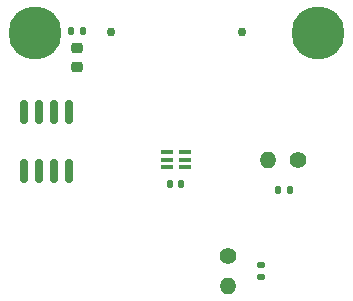
<source format=gbr>
%TF.GenerationSoftware,KiCad,Pcbnew,(6.0.0-0)*%
%TF.CreationDate,2022-03-07T03:13:55-05:00*%
%TF.ProjectId,color,636f6c6f-722e-46b6-9963-61645f706362,rev?*%
%TF.SameCoordinates,Original*%
%TF.FileFunction,Soldermask,Top*%
%TF.FilePolarity,Negative*%
%FSLAX46Y46*%
G04 Gerber Fmt 4.6, Leading zero omitted, Abs format (unit mm)*
G04 Created by KiCad (PCBNEW (6.0.0-0)) date 2022-03-07 03:13:55*
%MOMM*%
%LPD*%
G01*
G04 APERTURE LIST*
G04 Aperture macros list*
%AMRoundRect*
0 Rectangle with rounded corners*
0 $1 Rounding radius*
0 $2 $3 $4 $5 $6 $7 $8 $9 X,Y pos of 4 corners*
0 Add a 4 corners polygon primitive as box body*
4,1,4,$2,$3,$4,$5,$6,$7,$8,$9,$2,$3,0*
0 Add four circle primitives for the rounded corners*
1,1,$1+$1,$2,$3*
1,1,$1+$1,$4,$5*
1,1,$1+$1,$6,$7*
1,1,$1+$1,$8,$9*
0 Add four rect primitives between the rounded corners*
20,1,$1+$1,$2,$3,$4,$5,0*
20,1,$1+$1,$4,$5,$6,$7,0*
20,1,$1+$1,$6,$7,$8,$9,0*
20,1,$1+$1,$8,$9,$2,$3,0*%
G04 Aperture macros list end*
%ADD10C,4.500000*%
%ADD11RoundRect,0.135000X0.135000X0.185000X-0.135000X0.185000X-0.135000X-0.185000X0.135000X-0.185000X0*%
%ADD12C,1.400000*%
%ADD13O,1.400000X1.400000*%
%ADD14R,1.000000X0.400000*%
%ADD15RoundRect,0.140000X0.140000X0.170000X-0.140000X0.170000X-0.140000X-0.170000X0.140000X-0.170000X0*%
%ADD16RoundRect,0.135000X0.185000X-0.135000X0.185000X0.135000X-0.185000X0.135000X-0.185000X-0.135000X0*%
%ADD17RoundRect,0.150000X0.150000X-0.825000X0.150000X0.825000X-0.150000X0.825000X-0.150000X-0.825000X0*%
%ADD18RoundRect,0.135000X-0.135000X-0.185000X0.135000X-0.185000X0.135000X0.185000X-0.135000X0.185000X0*%
%ADD19RoundRect,0.218750X-0.256250X0.218750X-0.256250X-0.218750X0.256250X-0.218750X0.256250X0.218750X0*%
%ADD20C,0.760000*%
G04 APERTURE END LIST*
D10*
%TO.C,H1*%
X95000000Y-64000000D03*
%TD*%
%TO.C,H2*%
X119000000Y-64000000D03*
%TD*%
D11*
%TO.C,R5*%
X99062000Y-63754000D03*
X98042000Y-63754000D03*
%TD*%
D12*
%TO.C,R1*%
X111379000Y-82804000D03*
D13*
X111379000Y-85344000D03*
%TD*%
D14*
%TO.C,U2*%
X107684000Y-75326000D03*
X107684000Y-74676000D03*
X107684000Y-74026000D03*
X106184000Y-74026000D03*
X106184000Y-74676000D03*
X106184000Y-75326000D03*
%TD*%
D15*
%TO.C,C1*%
X107386000Y-76708000D03*
X106426000Y-76708000D03*
%TD*%
D16*
%TO.C,R2*%
X114173000Y-84584000D03*
X114173000Y-83564000D03*
%TD*%
D17*
%TO.C,U3*%
X94107000Y-75627000D03*
X95377000Y-75627000D03*
X96647000Y-75627000D03*
X97917000Y-75627000D03*
X97917000Y-70677000D03*
X96647000Y-70677000D03*
X95377000Y-70677000D03*
X94107000Y-70677000D03*
%TD*%
D18*
%TO.C,R4*%
X115566000Y-77216000D03*
X116586000Y-77216000D03*
%TD*%
D19*
%TO.C,D1*%
X98552000Y-66827500D03*
X98552000Y-65252500D03*
%TD*%
D12*
%TO.C,R3*%
X117298000Y-74676000D03*
D13*
X114758000Y-74676000D03*
%TD*%
D20*
%TO.C,J1*%
X101475500Y-63900000D03*
X112524500Y-63900000D03*
%TD*%
M02*

</source>
